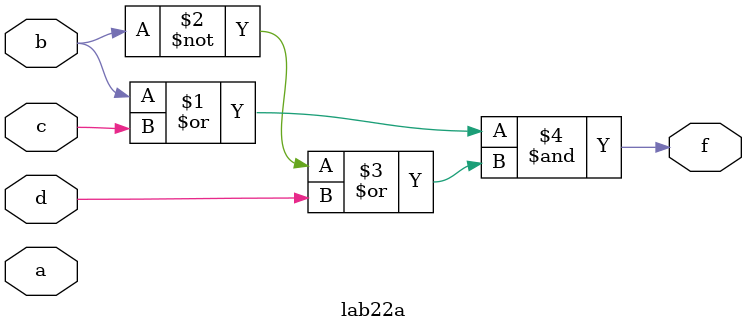
<source format=v>
module lab22a(a,b,c,d,f);
input a,b,c,d;
output f;
assign f = (b|c) & ((~b)|d);
endmodule

</source>
